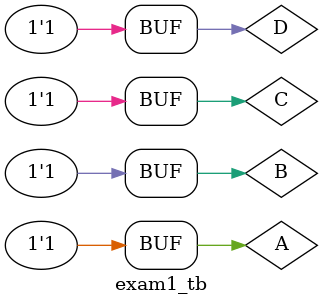
<source format=v>
module exam1 (input wire A, B, C, D, output wire F);
	assign F = (A & B | ~C & ~D) & (A & ~B | C & D) & (A & ~C | D & ~B);
endmodule
	
module exam1_tb;
	reg A, B, C, D;
	wire F;
		exam1 uut (A, B, C, D, F);
		initial begin
		{A, B, C, D}=  4'b0000;
		repeat (15) begin
			#1 {A, B, C, D} = {A, B, C, D} +1;
			end
		end
		initial begin
			
			$monitor ("time=%0t A=%b B=%b C=%b D=%b F=%b", $time, A, B, C, D, F);
			
			$dumpfile ("exam1.vcd");
			
			$dumpvars (0, exam1_tb);
		end
endmodule
</source>
